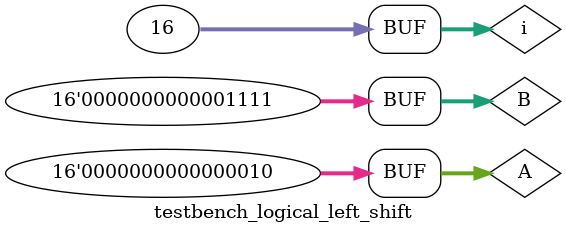
<source format=v>
`timescale 1ns / 1ps


module testbench_logical_left_shift;

reg [15:0] A;
reg [15:0] B;
wire [15:0] Y;
wire overflow;

logical_left_shift uut (
    .A(A),
    .B(B),
    .out(Y),
    .overflow(overflow)
);

integer i;

initial begin
    A = 2;
    for (i = 0; i < 16; i = i + 1)
    begin
        B = i;
        #25;
    end
end

endmodule

</source>
